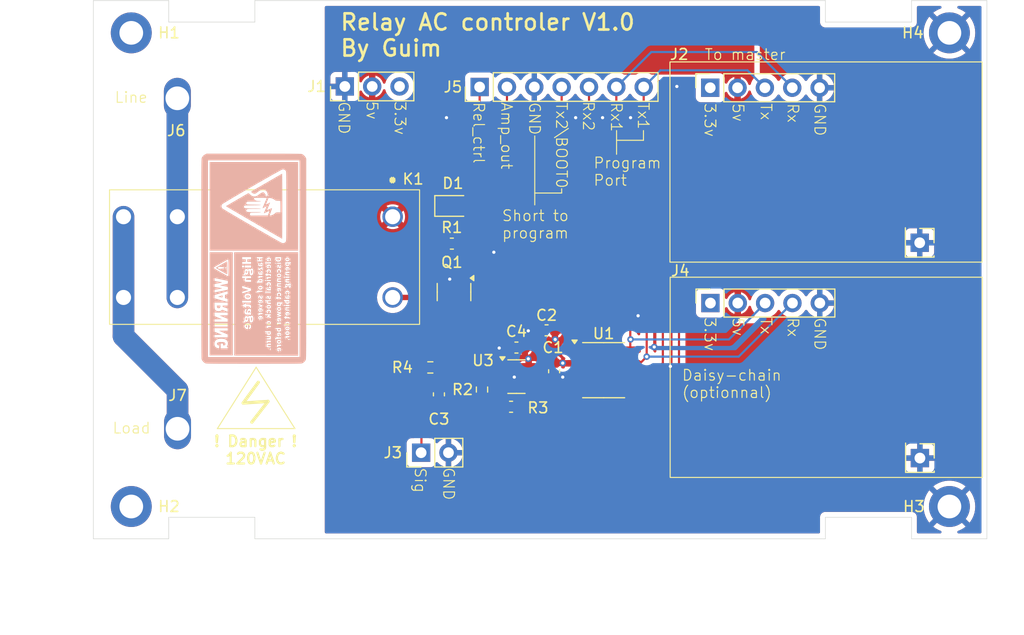
<source format=kicad_pcb>
(kicad_pcb (version 20240108) (generator "pcbnew") (generator_version "8.0")
  (layers (0 "F.Cu" signal) (1 "In1.Cu" signal) (2 "In2.Cu" signal) (31 "B.Cu" signal) (34 "B.Paste" user) (35 "F.Paste" user) (36 "B.SilkS" user "B.Silkscreen") (37 "F.SilkS" user "F.Silkscreen") (38 "B.Mask" user) (39 "F.Mask" user) (44 "Edge.Cuts" user))
  (net 0 "")
  (net 1 "Net-(U3--)")
  (net 2 "GND")
  (net 3 "Net-(U3-+)")
  (net 4 "Net-(J3-Pin_1)")
  (net 5 "+3.3V")
  (net 6 "/A1")
  (net 7 "/Rel_gate")
  (net 8 "Net-(D1-A)")
  (net 9 "/Rx2")
  (net 10 "/Tx2")
  (net 11 "/Tx1")
  (net 12 "/Rx1")
  (net 13 "+5V")
  (net 14 "/Load")
  (net 15 "/L")
  (footprint "Package_TO_SOT_SMD:SOT-23-3" (layer "F.Cu") (at 136.88 90.78 -90)
    (property "Reference" "Q1" (at -2.7625 0.2 180) (layer "F.SilkS"))
    (property "Value" "GSFC0201")
    (pad "1" smd roundrect (at -1.1375 -0.95 270) (size 1.325 0.6) (layers "F.Cu" "F.Paste" "F.Mask") (net 7 "/Rel_gate"))
    (pad "2" smd roundrect (at -1.1375 0.95 270) (size 1.325 0.6) (layers "F.Cu" "F.Paste" "F.Mask") (net 2 "GND"))
    (pad "3" smd roundrect (at 1.1375 0 270) (size 1.325 0.6) (layers "F.Cu" "F.Paste" "F.Mask") (net 8 "Net-(D1-A)"))
  )
  (footprint "Custom_footprints:Pad_14AWG_TopBottom_custom" (layer "F.Cu") (at 110.95 103.53 90)
    (property "Reference" "J7" (at 3.15 0.25 0) (layer "F.SilkS"))
    (property "Value" "L_out")
    (pad "1" thru_hole oval (at 0.05 0.25 90) (size 3.8 2.5) (drill 2.2) (layers "*.Cu" "*.Mask") (net 14 "/Load"))
  )
  (footprint "Package_SO:SOIC-8_3.9x4.9mm_P1.27mm" (layer "F.Cu") (at 150.78 98.035)
    (property "Reference" "U1" (at 0 -3.4 0) (layer "F.SilkS"))
    (property "Value" "STM32C011J4Mx")
    (pad "1" smd roundrect (at -2.475 -1.905) (size 1.95 0.6) (layers "F.Cu" "F.Paste" "F.Mask") (net 7 "/Rel_gate"))
    (pad "2" smd roundrect (at -2.475 -0.635) (size 1.95 0.6) (layers "F.Cu" "F.Paste" "F.Mask") (net 5 "+3.3V"))
    (pad "3" smd roundrect (at -2.475 0.635) (size 1.95 0.6) (layers "F.Cu" "F.Paste" "F.Mask") (net 2 "GND"))
    (pad "4" smd roundrect (at -2.475 1.905) (size 1.95 0.6) (layers "F.Cu" "F.Paste" "F.Mask") (net 6 "/A1"))
    (pad "5" smd roundrect (at 2.475 1.905) (size 1.95 0.6) (layers "F.Cu" "F.Paste" "F.Mask") (net 11 "/Tx1"))
    (pad "6" smd roundrect (at 2.475 0.635) (size 1.95 0.6) (layers "F.Cu" "F.Paste" "F.Mask") (net 12 "/Rx1"))
    (pad "7" smd roundrect (at 2.475 -0.635) (size 1.95 0.6) (layers "F.Cu" "F.Paste" "F.Mask") (net 9 "/Rx2"))
    (pad "8" smd roundrect (at 2.475 -1.905) (size 1.95 0.6) (layers "F.Cu" "F.Paste" "F.Mask") (net 10 "/Tx2"))
  )
  (footprint "Capacitor_SMD:C_0603_1608Metric" (layer "F.Cu") (at 142.68 95.935 180)
    (property "Reference" "C4" (at 0 1.5 180) (layer "F.SilkS"))
    (property "Value" "0.1u")
    (pad "1" smd roundrect (at -0.775 0 180) (size 0.9 0.95) (layers "F.Cu" "F.Paste" "F.Mask") (net 5 "+3.3V"))
    (pad "2" smd roundrect (at 0.775 0 180) (size 0.9 0.95) (layers "F.Cu" "F.Paste" "F.Mask") (net 2 "GND"))
  )
  (footprint "Connector_PinHeader_2.54mm:PinHeader_1x02_P2.54mm_Vertical" (layer "F.Cu") (at 133.825 105.7 90)
    (property "Reference" "J3" (at 0 -2.625 360) (layer "F.SilkS"))
    (property "Value" "Conn_Thermo")
    (pad "1" thru_hole rect (at 0 0 90) (size 1.7 1.7) (drill 1) (layers "*.Cu" "*.Mask") (net 4 "Net-(J3-Pin_1)"))
    (pad "2" thru_hole oval (at 0 2.54 90) (size 1.7 1.7) (drill 1) (layers "*.Cu" "*.Mask") (net 2 "GND"))
  )
  (footprint "Capacitor_SMD:C_0603_1608Metric" (layer "F.Cu") (at 136.68 86.28 180)
    (property "Reference" "R1" (at 0 1.5 180) (layer "F.SilkS"))
    (property "Value" "10k")
    (pad "1" smd roundrect (at -0.775 0 180) (size 0.9 0.95) (layers "F.Cu" "F.Paste" "F.Mask") (net 7 "/Rel_gate"))
    (pad "2" smd roundrect (at 0.775 0 180) (size 0.9 0.95) (layers "F.Cu" "F.Paste" "F.Mask") (net 2 "GND"))
  )
  (footprint "Diode_SMD:D_0805_2012Metric" (layer "F.Cu") (at 136.78 82.78)
    (property "Reference" "D1" (at 0 -2.1 0) (layer "F.SilkS"))
    (property "Value" "SD0805S040S0R5")
    (pad "1" smd roundrect (at -0.9375 0) (size 0.975 1.4) (layers "F.Cu" "F.Paste" "F.Mask") (net 13 "+5V"))
    (pad "2" smd roundrect (at 0.9375 0) (size 0.975 1.4) (layers "F.Cu" "F.Paste" "F.Mask") (net 8 "Net-(D1-A)"))
  )
  (footprint "MountingHole:MountingHole_2.2mm_M2_DIN965_Pad_TopBottom" (layer "F.Cu") (at 106.9 110.7)
    (property "Reference" "H2" (at 3.5 0 0) (layer "F.SilkS"))
    (property "Value" "MountingHole_Pad")
    (pad "1" thru_hole circle (at 0 0) (size 2.6 2.6) (drill 2.2) (layers "*.Cu" "*.Mask"))
    (pad "1" connect circle (at 0 0) (size 3.8 3.8) (layers "F.Cu" "F.Mask"))
    (pad "1" connect circle (at 0 0) (size 3.8 3.8) (layers "B.Cu" "B.Mask"))
  )
  (footprint "Resistor_SMD:R_0603_1608Metric" (layer "F.Cu") (at 139.48 99.835 90)
    (property "Reference" "R2" (at 0 -1.8 0) (layer "F.SilkS"))
    (property "Value" "100")
    (pad "1" smd roundrect (at -0.825 0 90) (size 0.8 0.95) (layers "F.Cu" "F.Paste" "F.Mask") (net 1 "Net-(U3--)"))
    (pad "2" smd roundrect (at 0.825 0 90) (size 0.8 0.95) (layers "F.Cu" "F.Paste" "F.Mask") (net 2 "GND"))
  )
  (footprint "Resistor_SMD:R_0603_1608Metric" (layer "F.Cu") (at 134.68 97.78)
    (property "Reference" "R4" (at -2.6 0 0) (layer "F.SilkS"))
    (property "Value" "120k")
    (pad "1" smd roundrect (at -0.825 0) (size 0.8 0.95) (layers "F.Cu" "F.Paste" "F.Mask") (net 4 "Net-(J3-Pin_1)"))
    (pad "2" smd roundrect (at 0.825 0) (size 0.8 0.95) (layers "F.Cu" "F.Paste" "F.Mask") (net 3 "Net-(U3-+)"))
  )
  (footprint "Custom_footprints:ALZ51B05W" (layer "F.Cu") (at 133.58 81.28 -90)
    (property "Reference" "K1" (at -1 0.5 0) (layer "F.SilkS"))
    (property "Value" "ALZ51B05W")
    (fp_text user "*" (at -0.9 2.733333 -90) (layer "F.SilkS"))
    (fp_text user "*" (at -0.9 2.1 90) (layer "F.SilkS"))
    (pad "12" thru_hole circle (at 10 22.4 270) (size 1.9 1.9) (drill 1.4) (layers "*.Cu" "*.Mask") (net 15 "/L"))
    (pad "13" thru_hole circle (at 2.5 22.4 270) (size 1.9 1.9) (drill 1.4) (layers "*.Cu" "*.Mask") (net 15 "/L"))
    (pad "14" thru_hole circle (at 2.5 27.4 270) (size 1.9 1.9) (drill 1.4) (layers "*.Cu" "*.Mask") (net 14 "/Load"))
    (pad "15" thru_hole circle (at 10 27.4 270) (size 1.9 1.9) (drill 1.4) (layers "*.Cu" "*.Mask") (net 14 "/Load"))
    (pad "A1" thru_hole circle (at 10 2.4 270) (size 1.9 1.9) (drill 1.4) (layers "*.Cu" "*.Mask") (net 8 "Net-(D1-A)"))
    (pad "A2" thru_hole circle (at 2.5 2.4 270) (size 1.9 1.9) (drill 1.4) (layers "*.Cu" "*.Mask") (net 13 "+5V"))
  )
  (footprint "Custom_footprints:PHY_comm_diffV1" (layer "F.Cu") (at 170.96 98.9)
    (property "Reference" "J4" (at -13.06 -10.1 0) (layer "F.SilkS"))
    (property "Value" "Comm_Conn2")
    (pad "1" thru_hole rect (at -10.26 -7.1 90) (size 1.7 1.7) (drill 1) (layers "*.Cu" "*.Mask") (net 5 "+3.3V"))
    (pad "2" thru_hole oval (at -7.72 -7.1 90) (size 1.7 1.7) (drill 1) (layers "*.Cu" "*.Mask") (net 13 "+5V"))
    (pad "3" thru_hole oval (at -5.18 -7.1 90) (size 1.7 1.7) (drill 1) (layers "*.Cu" "*.Mask") (net 10 "/Tx2"))
    (pad "4" thru_hole oval (at -2.64 -7.1 90) (size 1.7 1.7) (drill 1) (layers "*.Cu" "*.Mask") (net 9 "/Rx2"))
    (pad "5" thru_hole oval (at -0.1 -7.1 90) (size 1.7 1.7) (drill 1) (layers "*.Cu" "*.Mask") (net 2 "GND"))
    (pad "6" thru_hole rect (at 9.2 7.3) (size 1.7 1.7) (drill 1) (layers "*.Cu" "*.Mask") (net 2 "GND"))
  )
  (footprint "Capacitor_SMD:C_0603_1608Metric" (layer "F.Cu") (at 145.48 94.335 180)
    (property "Reference" "C2" (at 0 1.4 180) (layer "F.SilkS"))
    (property "Value" "10u")
    (pad "1" smd roundrect (at -0.775 0 180) (size 0.9 0.95) (layers "F.Cu" "F.Paste" "F.Mask") (net 5 "+3.3V"))
    (pad "2" smd roundrect (at 0.775 0 180) (size 0.9 0.95) (layers "F.Cu" "F.Paste" "F.Mask") (net 2 "GND"))
  )
  (footprint "Capacitor_SMD:C_0603_1608Metric" (layer "F.Cu") (at 142.18 101.435)
    (property "Reference" "R3" (at 2.5 0.1 0) (layer "F.SilkS"))
    (property "Value" "10k")
    (pad "1" smd roundrect (at -0.775 0) (size 0.9 0.95) (layers "F.Cu" "F.Paste" "F.Mask") (net 1 "Net-(U3--)"))
    (pad "2" smd roundrect (at 0.775 0) (size 0.9 0.95) (layers "F.Cu" "F.Paste" "F.Mask") (net 6 "/A1"))
  )
  (footprint "Connector_PinHeader_2.54mm:PinHeader_1x03_P2.54mm_Vertical" (layer "F.Cu") (at 126.74 71.68 90)
    (property "Reference" "J1" (at 0 -2.62 0) (layer "F.SilkS"))
    (property "Value" "Power_Conn")
    (pad "1" thru_hole rect (at 0 0 90) (size 1.7 1.7) (drill 1) (layers "*.Cu" "*.Mask") (net 2 "GND"))
    (pad "2" thru_hole oval (at 0 2.54 90) (size 1.7 1.7) (drill 1) (layers "*.Cu" "*.Mask") (net 13 "+5V"))
    (pad "3" thru_hole oval (at 0 5.08 90) (size 1.7 1.7) (drill 1) (layers "*.Cu" "*.Mask") (net 5 "+3.3V"))
  )
  (footprint "Custom_footprints:PHY_comm_diffV1" (layer "F.Cu") (at 170.94 78.9)
    (property "Reference" "J2" (at -13.14 -10.2 0) (layer "F.SilkS"))
    (property "Value" "Comm_Conn1")
    (pad "1" thru_hole rect (at -10.26 -7.1 90) (size 1.7 1.7) (drill 1) (layers "*.Cu" "*.Mask") (net 5 "+3.3V"))
    (pad "2" thru_hole oval (at -7.72 -7.1 90) (size 1.7 1.7) (drill 1) (layers "*.Cu" "*.Mask") (net 13 "+5V"))
    (pad "3" thru_hole oval (at -5.18 -7.1 90) (size 1.7 1.7) (drill 1) (layers "*.Cu" "*.Mask") (net 11 "/Tx1"))
    (pad "4" thru_hole oval (at -2.64 -7.1 90) (size 1.7 1.7) (drill 1) (layers "*.Cu" "*.Mask") (net 12 "/Rx1"))
    (pad "5" thru_hole oval (at -0.1 -7.1 90) (size 1.7 1.7) (drill 1) (layers "*.Cu" "*.Mask") (net 2 "GND"))
    (pad "6" thru_hole rect (at 9.2 7.3) (size 1.7 1.7) (drill 1) (layers "*.Cu" "*.Mask") (net 2 "GND"))
  )
  (footprint "Connector_PinHeader_2.54mm:PinHeader_1x07_P2.54mm_Vertical" (layer "F.Cu") (at 139.26 71.73 90)
    (property "Reference" "J5" (at 0 -2.48 0) (layer "F.SilkS"))
    (property "Value" "Debug port")
    (pad "1" thru_hole rect (at 0 0 90) (size 1.7 1.7) (drill 1) (layers "*.Cu" "*.Mask") (net 7 "/Rel_gate"))
    (pad "2" thru_hole oval (at 0 2.54 90) (size 1.7 1.7) (drill 1) (layers "*.Cu" "*.Mask") (net 6 "/A1"))
    (pad "3" thru_hole oval (at 0 5.08 90) (size 1.7 1.7) (drill 1) (layers "*.Cu" "*.Mask") (net 2 "GND"))
    (pad "4" thru_hole oval (at 0 7.62 90) (size 1.7 1.7) (drill 1) (layers "*.Cu" "*.Mask") (net 10 "/Tx2"))
    (pad "5" thru_hole oval (at 0 10.16 90) (size 1.7 1.7) (drill 1) (layers "*.Cu" "*.Mask") (net 9 "/Rx2"))
    (pad "6" thru_hole oval (at 0 12.7 90) (size 1.7 1.7) (drill 1) (layers "*.Cu" "*.Mask") (net 12 "/Rx1"))
    (pad "7" thru_hole oval (at 0 15.24 90) (size 1.7 1.7) (drill 1) (layers "*.Cu" "*.Mask") (net 11 "/Tx1"))
  )
  (footprint "Capacitor_SMD:C_0603_1608Metric" (layer "F.Cu") (at 135.48 100.28 -90)
    (property "Reference" "C3" (at 2.3 0 180) (layer "F.SilkS"))
    (property "Value" "0.2u")
    (pad "1" smd roundrect (at -0.775 0 270) (size 0.9 0.95) (layers "F.Cu" "F.Paste" "F.Mask") (net 3 "Net-(U3-+)"))
    (pad "2" smd roundrect (at 0.775 0 270) (size 0.9 0.95) (layers "F.Cu" "F.Paste" "F.Mask") (net 2 "GND"))
  )
  (footprint "MountingHole:MountingHole_2.2mm_M2_DIN965_Pad_TopBottom" (layer "F.Cu") (at 182.9 110.7)
    (property "Reference" "H3" (at -3.3 0 0) (layer "F.SilkS"))
    (property "Value" "MountingHole_Pad")
    (pad "1" thru_hole circle (at 0 0) (size 2.6 2.6) (drill 2.2) (layers "*.Cu" "*.Mask") (net 2 "GND"))
    (pad "1" connect circle (at 0 0) (size 3.8 3.8) (layers "F.Cu" "F.Mask") (net 2 "GND"))
    (pad "1" connect circle (at 0 0) (size 3.8 3.8) (layers "B.Cu" "B.Mask") (net 2 "GND"))
  )
  (footprint "Package_TO_SOT_SMD:SOT-23-5" (layer "F.Cu") (at 142.68 98.635)
    (property "Reference" "U3" (at -3.1 -1.5 0) (layer "F.SilkS"))
    (property "Value" "LM321")
    (pad "1" smd roundrect (at -1.1375 -0.95) (size 1.325 0.6) (layers "F.Cu" "F.Paste" "F.Mask") (net 3 "Net-(U3-+)"))
    (pad "2" smd roundrect (at -1.1375 0) (size 1.325 0.6) (layers "F.Cu" "F.Paste" "F.Mask") (net 2 "GND"))
    (pad "3" smd roundrect (at -1.1375 0.95) (size 1.325 0.6) (layers "F.Cu" "F.Paste" "F.Mask") (net 1 "Net-(U3--)"))
    (pad "4" smd roundrect (at 1.1375 0.95) (size 1.325 0.6) (layers "F.Cu" "F.Paste" "F.Mask") (net 6 "/A1"))
    (pad "5" smd roundrect (at 1.1375 -0.95) (size 1.325 0.6) (layers "F.Cu" "F.Paste" "F.Mask") (net 5 "+3.3V"))
  )
  (footprint "Capacitor_SMD:C_0603_1608Metric" (layer "F.Cu") (at 146.18 98.135 -90)
    (property "Reference" "C1" (at -2.2 0.1 180) (layer "F.SilkS"))
    (property "Value" "0.1u")
    (pad "1" smd roundrect (at -0.775 0 270) (size 0.9 0.95) (layers "F.Cu" "F.Paste" "F.Mask") (net 5 "+3.3V"))
    (pad "2" smd roundrect (at 0.775 0 270) (size 0.9 0.95) (layers "F.Cu" "F.Paste" "F.Mask") (net 2 "GND"))
  )
  (footprint "MountingHole:MountingHole_2.2mm_M2_DIN965_Pad_TopBottom" (layer "F.Cu") (at 182.9 66.7)
    (property "Reference" "H4" (at -3.4 0 0) (layer "F.SilkS"))
    (property "Value" "MountingHole_Pad")
    (pad "1" thru_hole circle (at 0 0) (size 2.6 2.6) (drill 2.2) (layers "*.Cu" "*.Mask") (net 2 "GND"))
    (pad "1" connect circle (at 0 0) (size 3.8 3.8) (layers "F.Cu" "F.Mask") (net 2 "GND"))
    (pad "1" connect circle (at 0 0) (size 3.8 3.8) (layers "B.Cu" "B.Mask") (net 2 "GND"))
  )
  (footprint "MountingHole:MountingHole_2.2mm_M2_DIN965_Pad_TopBottom" (layer "F.Cu") (at 106.9 66.7)
    (property "Reference" "H1" (at 3.5 0 0) (layer "F.SilkS"))
    (property "Value" "MountingHole_Pad")
    (pad "1" thru_hole circle (at 0 0) (size 2.6 2.6) (drill 2.2) (layers "*.Cu" "*.Mask"))
    (pad "1" connect circle (at 0 0) (size 3.8 3.8) (layers "F.Cu" "F.Mask"))
    (pad "1" connect circle (at 0 0) (size 3.8 3.8) (layers "B.Cu" "B.Mask"))
  )
  (footprint "Custom_footprints:Pad_14AWG_TopBottom_custom" (layer "F.Cu") (at 110.93 72.83 90)
    (property "Reference" "J6" (at -2.95 0.15 0) (layer "F.SilkS"))
    (property "Value" "L_in")
    (pad "1" thru_hole oval (at 0.05 0.25 90) (size 3.8 2.5) (drill 2.2) (layers "*.Cu" "*.Mask") (net 15 "/L"))
  )
  (footprint "LOGO" (layer "B.Cu") (at 118.454752 87.855723 -90)
    (property "Reference" "G***" (hide yes))
    (property "Value" "LOGO" (hide yes))
  )
  (gr_line (start 118.5 97.7625) (end 122.1 103.4625) (stroke (width 0.1)) (layer "F.SilkS"))
  (gr_line (start 118.7 99.1625) (end 117.3 101.0875) (stroke (width 0.3)) (layer "F.SilkS"))
  (gr_line (start 154.48 76.68) (end 154.48 75.78) (stroke (width 0.1)) (layer "F.SilkS"))
  (gr_line (start 151.98 76.68) (end 154.48 76.68) (stroke (width 0.1)) (layer "F.SilkS"))
  (gr_line (start 144.38 81.58) (end 146.88 81.58) (stroke (width 0.1)) (layer "F.SilkS"))
  (gr_line (start 122.1 103.4625) (end 114.9 103.4625) (stroke (width 0.1)) (layer "F.SilkS"))
  (gr_line (start 151.98 75.78) (end 151.98 77.98) (stroke (width 0.1)) (layer "F.SilkS"))
  (gr_line (start 146.88 81.58) (end 146.88 81.18) (stroke (width 0.1)) (layer "F.SilkS"))
  (gr_line (start 119.6 100.9375) (end 117.3 101.0875) (stroke (width 0.3)) (layer "F.SilkS"))
  (gr_line (start 114.9 103.4625) (end 118.5 97.7625) (stroke (width 0.1)) (layer "F.SilkS"))
  (gr_line (start 119.6 100.9375) (end 118.1 102.8625) (stroke (width 0.3)) (layer "F.SilkS"))
  (gr_line (start 144.38 76.28) (end 144.38 82.68) (stroke (width 0.1)) (layer "F.SilkS"))
  (gr_line (start 118.38 111.7) (end 118.38 113.7) (stroke (width 0.05)) (layer "Edge.Cuts"))
  (gr_line (start 179.38 63.7) (end 179.38 65.7) (stroke (width 0.05)) (layer "Edge.Cuts"))
  (gr_line (start 171.38 65.7) (end 171.38 63.7) (stroke (width 0.05)) (layer "Edge.Cuts"))
  (gr_line (start 118.38 65.7) (end 118.38 63.7) (stroke (width 0.05)) (layer "Edge.Cuts"))
  (gr_line (start 110.38 63.7) (end 103.38 63.7) (stroke (width 0.05)) (layer "Edge.Cuts"))
  (gr_line (start 110.38 65.7) (end 110.38 63.7) (stroke (width 0.05)) (layer "Edge.Cuts"))
  (gr_line (start 171.38 111.7) (end 171.38 113.7) (stroke (width 0.05)) (layer "Edge.Cuts"))
  (gr_line (start 186.38 63.7) (end 179.38 63.7) (stroke (width 0.05)) (layer "Edge.Cuts"))
  (gr_line (start 110.38 113.7) (end 103.38 113.7) (stroke (width 0.05)) (layer "Edge.Cuts"))
  (gr_line (start 179.38 113.7) (end 179.38 111.7) (stroke (width 0.05)) (layer "Edge.Cuts"))
  (gr_line (start 171.38 111.7) (end 179.38 111.7) (stroke (width 0.05)) (layer "Edge.Cuts"))
  (gr_line (start 118.38 65.7) (end 110.38 65.7) (stroke (width 0.05)) (layer "Edge.Cuts"))
  (gr_line (start 118.38 113.7) (end 171.38 113.7) (stroke (width 0.05)) (layer "Edge.Cuts"))
  (gr_line (start 179.38 65.7) (end 171.38 65.7) (stroke (width 0.05)) (layer "Edge.Cuts"))
  (gr_line (start 118.38 111.7) (end 110.38 111.7) (stroke (width 0.05)) (layer "Edge.Cuts"))
  (gr_line (start 103.38 63.7) (end 103.38 113.7) (stroke (width 0.05)) (layer "Edge.Cuts"))
  (gr_line (start 186.38 113.7) (end 186.38 63.7) (stroke (width 0.05)) (layer "Edge.Cuts"))
  (gr_line (start 179.38 113.7) (end 186.38 113.7) (stroke (width 0.05)) (layer "Edge.Cuts"))
  (gr_line (start 110.38 113.7) (end 110.38 111.7) (stroke (width 0.05)) (layer "Edge.Cuts"))
  (gr_line (start 171.38 63.7) (end 118.38 63.7) (stroke (width 0.05)) (layer "Edge.Cuts"))
  (gr_text "Tx" (at 165.28 93.08 -90) (layer "F.SilkS") (effects (font (size 1 1) (thickness 0.1)) (justify left bottom)))
  (gr_text "Rx" (at 167.78 73.18 -90) (layer "F.SilkS") (effects (font (size 1 1) (thickness 0.1)) (justify left bottom)))
  (gr_text "Tx2\\BOOT0" (at 146.28 73.08 270) (layer "F.SilkS") (effects (font (size 1 1) (thickness 0.1)) (justify left bottom)))
  (gr_text "To master" (at 160.1 69.3 0) (layer "F.SilkS") (effects (font (size 1 1) (thickness 0.1)) (justify left bottom)))
  (gr_text "5v" (at 162.68 73.18 -90) (layer "F.SilkS") (effects (font (size 1 1) (thickness 0.1)) (justify left bottom)))
  (gr_text "Relay AC controler V1.0\nBy Guim" (at 126.2 69 0) (layer "F.SilkS") (effects (font (size 1.5 1.5) (thickness 0.25) (bold yes)) (justify left bottom)))
  (gr_text "Amp_out" (at 141.18 73.08 -90) (layer "F.SilkS") (effects (font (size 1 1) (thickness 0.1)) (justify left bottom)))
  (gr_text "! Danger !\n120VAC" (at 118.45 106.8375 0) (layer "F.SilkS") (effects (font (size 1 1) (thickness 0.2) (bold yes)) (justify bottom)))
  (gr_text "GND" (at 170.28 73.18 -90) (layer "F.SilkS") (effects (font (size 1 1) (thickness 0.1)) (justify left bottom)))
  (gr_text "Tx1" (at 153.88 73.08 -90) (layer "F.SilkS") (effects (font (size 1 1) (thickness 0.1)) (justify left bottom)))
  (gr_text "Line" (at 105.3 73.28 0) (layer "F.SilkS") (effects (font (size 1 1) (thickness 0.1)) (justify left bottom)))
  (gr_text "Rel_ctrl" (at 138.595 73.06 -90) (layer "F.SilkS") (effects (font (size 1 1) (thickness 0.1)) (justify left bottom)))
  (gr_text "Rx2" (at 148.78 72.98 -90) (layer "F.SilkS") (effects (font (size 1 1) (thickness 0.1)) (justify left bottom)))
  (gr_text "Rx1" (at 151.38 73.08 -90) (layer "F.SilkS") (effects (font (size 1 1) (thickness 0.1)) (justify left bottom)))
  (gr_text "3.3v" (at 160.075 73.16 -90) (layer "F.SilkS") (effects (font (size 1 1) (thickness 0.1)) (justify left bottom)))
  (gr_text "Rx" (at 167.78 93.08 -90) (layer "F.SilkS") (effects (font (size 1 1) (thickness 0.1)) (justify left bottom)))
  (gr_text "GND" (at 170.28 93.08 -90) (layer "F.SilkS") (effects (font (size 1 1) (thickness 0.1)) (justify left bottom)))
  (gr_text "GND" (at 143.78 73.08 -90) (layer "F.SilkS") (effects (font (size 1 1) (thickness 0.1)) (justify left bottom)))
  (gr_text "3.3v" (at 160.075 93.06 -90) (layer "F.SilkS") (effects (font (size 1 1) (thickness 0.1)) (justify left bottom)))
  (gr_text "GND" (at 126.075 73.01 -90) (layer "F.SilkS") (effects (font (size 1 1) (thickness 0.1)) (justify left bottom)))
  (gr_text "Tx" (at 165.28 73.18 -90) (layer "F.SilkS") (effects (font (size 1 1) (thickness 0.1)) (justify left bottom)))
  (gr_text "Short to\nprogram" (at 141.28 85.88 0) (layer "F.SilkS") (effects (font (size 1 1) (thickness 0.1)) (justify left bottom)))
  (gr_text "5v" (at 162.68 93.08 -90) (layer "F.SilkS") (effects (font (size 1 1) (thickness 0.1)) (justify left bottom)))
  (gr_text "GND" (at 135.8 107 -90) (layer "F.SilkS") (effects (font (size 1 1) (thickness 0.1)) (justify left bottom)))
  (gr_text "3.3v" (at 131.28 72.98 -90) (layer "F.SilkS") (effects (font (size 1 1) (thickness 0.1)) (justify left bottom)))
  (gr_text "Daisy-chain\n(optionnal)" (at 158 100.7 0) (layer "F.SilkS") (effects (font (size 1 1) (thickness 0.1)) (justify left bottom)))
  (gr_text "Sig" (at 133.16 107.03 270) (layer "F.SilkS") (effects (font (size 1 1) (thickness 0.1)) (justify left bottom)))
  (gr_text "Load" (at 105.1 104 0) (layer "F.SilkS") (effects (font (size 1 1) (thickness 0.1)) (justify left bottom)))
  (gr_text "Program\nPort" (at 149.78 80.98 0) (layer "F.SilkS") (effects (font (size 1 1) (thickness 0.1)) (justify left bottom)))
  (gr_text "5v" (at 128.68 72.98 -90) (layer "F.SilkS") (effects (font (size 1 1) (thickness 0.1)) (justify left bottom)))
  (segment (start 141.5425 101.2975) (end 141.405 101.435) (width 0.2) (layer "F.Cu") (net 1))
  (segment (start 140.4675 100.66) (end 141.5425 99.585) (width 0.2) (layer "F.Cu") (net 1))
  (segment (start 141.5425 99.585) (end 141.5425 101.2975) (width 0.2) (layer "F.Cu") (net 1))
  (segment (start 139.48 100.66) (end 140.4675 100.66) (width 0.2) (layer "F.Cu") (net 1))
  (segment (start 146.98 98.68) (end 146.97 98.67) (width 0.5) (layer "F.Cu") (net 2))
  (segment (start 142.435 98.635) (end 142.48 98.68) (width 0.5) (layer "F.Cu") (net 2))
  (segment (start 146.99 98.67) (end 146.98 98.68) (width 0.5) (layer "F.Cu") (net 2))
  (segment (start 141.5425 98.635) (end 142.435 98.635) (width 0.5) (layer "F.Cu") (net 2))
  (segment (start 146.42 98.67) (end 146.18 98.91) (width 0.5) (layer "F.Cu") (net 2))
  (segment (start 148.305 98.67) (end 146.99 98.67) (width 0.5) (layer "F.Cu") (net 2))
  (segment (start 142.48 98.68) (end 142.525 98.635) (width 0.5) (layer "F.Cu") (net 2))
  (segment (start 146.97 98.67) (end 146.42 98.67) (width 0.5) (layer "F.Cu") (net 2))
  (via (at 156.98 97.68) (size 0.6) (drill 0.3) (layers "F.Cu" "B.Cu") (net 2))
  (via (at 153.98 92.98) (size 0.6) (drill 0.3) (layers "F.Cu" "B.Cu") (net 2))
  (via (at 141.08 95.98) (size 0.6) (drill 0.3) (layers "F.Cu" "B.Cu") (net 2))
  (via (at 155.48 95.88) (size 0.6) (drill 0.3) (layers "F.Cu" "B.Cu") (net 2))
  (via (at 148.18 74.58) (size 0.6) (drill 0.3) (layers "F.Cu" "B.Cu") (net 2))
  (via (at 157.58 71.68) (size 0.6) (drill 0.3) (layers "F.Cu" "B.Cu") (net 2))
  (via (at 153.28 74.58) (size 0.6) (drill 0.3) (layers "F.Cu" "B.Cu") (net 2))
  (via (at 150.68 74.58) (size 0.6) (drill 0.3) (layers "F.Cu" "B.Cu") (net 2))
  (via (at 140.58 87.08) (size 0.6) (drill 0.3) (layers "F.Cu" "B.Cu") (net 2))
  (via (at 136.48 89.58) (size 0.6) (drill 0.3) (layers "F.Cu" "B.Cu") (net 2))
  (via (at 136.18 74.58) (size 0.6) (drill 0.3) (layers "F.Cu" "B.Cu") (net 2))
  (via (at 143.78 94.38) (size 0.6) (drill 0.3) (layers "F.Cu" "B.Cu") (net 2))
  (via (at 146.98 98.68) (size 0.6) (drill 0.3) (layers "F.Cu" "B.Cu") (net 2))
  (via (at 142.48 98.68) (size 0.6) (drill 0.3) (layers "F.Cu" "B.Cu") (net 2))
  (segment (start 135.48 97.805) (end 135.505 97.78) (width 0.2) (layer "F.Cu") (net 3))
  (segment (start 135.48 99.505) (end 135.48 97.805) (width 0.2) (layer "F.Cu") (net 3))
  (segment (start 141.4475 97.78) (end 141.5425 97.685) (width 0.2) (layer "F.Cu") (net 3))
  (segment (start 135.505 97.78) (end 141.4475 97.78) (width 0.2) (layer "F.Cu") (net 3))
  (segment (start 133.825 105.7) (end 133.855 105.67) (width 0.2) (layer "F.Cu") (net 4))
  (segment (start 133.855 105.67) (end 133.855 97.78) (width 0.2) (layer "F.Cu") (net 4))
  (via (at 146.98 97.38) (size 0.6) (drill 0.3) (layers "F.Cu" "B.Cu") (net 5))
  (via (at 143.78 96.98) (size 0.6) (drill 0.3) (layers "F.Cu" "B.Cu") (net 5))
  (via (at 146.28 95.18) (size 0.6) (drill 0.3) (layers "F.Cu" "B.Cu") (net 5))
  (segment (start 150.98 98.98) (end 150.98 93.18) (width 0.2) (layer "F.Cu") (net 6))
  (segment (start 144.1725 99.94) (end 143.8175 99.585) (width 0.2) (layer "F.Cu") (net 6))
  (segment (start 148.305 99.94) (end 150.02 99.94) (width 0.2) (layer "F.Cu") (net 6))
  (segment (start 150.98 93.18) (end 141.8 84) (width 0.2) (layer "F.Cu") (net 6))
  (segment (start 142.955 101.435) (end 142.955 100.4475) (width 0.2) (layer "F.Cu") (net 6))
  (segment (start 150.02 99.94) (end 150.98 98.98) (width 0.2) (layer "F.Cu") (net 6))
  (segment (start 141.8 84) (end 141.8 71.73) (width 0.2) (layer "F.Cu") (net 6))
  (segment (start 148.305 99.94) (end 144.1725 99.94) (width 0.2) (layer "F.Cu") (net 6))
  (segment (start 142.955 100.4475) (end 143.8175 99.585) (width 0.2) (layer "F.Cu") (net 6))
  (segment (start 145.78 90.78) (end 138.9675 90.78) (width 0.2) (layer "F.Cu") (net 7))
  (segment (start 139.26 71.73) (end 139.26 83.5) (width 0.2) (layer "F.Cu") (net 7))
  (segment (start 137.83 89.6425) (end 137.83 86.655) (width 0.2) (layer "F.Cu") (net 7))
  (segment (start 148.305 93.305) (end 145.78 90.78) (width 0.2) (layer "F.Cu") (net 7))
  (segment (start 139.26 83.5) (end 137.83 84.93) (width 0.2) (layer "F.Cu") (net 7))
  (segment (start 137.83 86.655) (end 137.455 86.28) (width 0.2) (layer "F.Cu") (net 7))
  (segment (start 148.305 96.13) (end 148.305 93.305) (width 0.2) (layer "F.Cu") (net 7))
  (segment (start 137.83 84.93) (end 137.83 86.655) (width 0.2) (layer "F.Cu") (net 7))
  (segment (start 138.9675 90.78) (end 137.83 89.6425) (width 0.2) (layer "F.Cu") (net 7))
  (segment (start 135.005 85.695) (end 135.005 90.855) (width 0.5) (layer "F.Cu") (net 8))
  (segment (start 136.2425 91.28) (end 136.88 91.9175) (width 0.5) (layer "F.Cu") (net 8))
  (segment (start 131.18 91.28) (end 134.58 91.28) (width 0.5) (layer "F.Cu") (net 8))
  (segment (start 137.7175 82.78) (end 137.7175 82.9825) (width 0.5) (layer "F.Cu") (net 8))
  (segment (start 137.7175 82.9825) (end 135.005 85.695) (width 0.5) (layer "F.Cu") (net 8))
  (segment (start 134.58 91.28) (end 136.2425 91.28) (width 0.5) (layer "F.Cu") (net 8))
  (segment (start 135.005 90.855) (end 134.58 91.28) (width 0.5) (layer "F.Cu") (net 8))
  (segment (start 154.78 96.78) (end 154.16 97.4) (width 0.2) (layer "F.Cu") (net 9))
  (segment (start 154.16 97.4) (end 153.255 97.4) (width 0.2) (layer "F.Cu") (net 9))
  (segment (start 154.78 90.78) (end 154.78 96.78) (width 0.2) (layer "F.Cu") (net 9))
  (segment (start 149.42 85.42) (end 154.78 90.78) (width 0.2) (layer "F.Cu") (net 9))
  (segment (start 149.42 71.73) (end 149.42 85.42) (width 0.2) (layer "F.Cu") (net 9))
  (via (at 154.78 96.78) (size 0.6) (drill 0.3) (layers "F.Cu" "B.Cu") (net 9))
  (segment (start 168.3 91.8) (end 163.32 96.78) (width 0.2) (layer "B.Cu") (net 9))
  (segment (start 168.32 91.8) (end 168.3 91.8) (width 0.2) (layer "B.Cu") (net 9))
  (segment (start 163.32 96.78) (end 154.78 96.78) (width 0.2) (layer "B.Cu") (net 9))
  (segment (start 153.255 91.755) (end 146.88 85.38) (width 0.2) (layer "F.Cu") (net 10))
  (segment (start 153.255 96.13) (end 153.255 91.755) (width 0.2) (layer "F.Cu") (net 10))
  (segment (start 146.88 85.38) (end 146.88 71.73) (width 0.2) (layer "F.Cu") (net 10))
  (via (at 153.28 95.18) (size 0.6) (drill 0.3) (layers "F.Cu" "B.Cu") (net 10))
  (segment (start 162.42 95.18) (end 153.28 95.18) (width 0.2) (layer "B.Cu") (net 10))
  (segment (start 165.78 91.82) (end 162.42 95.18) (width 0.2) (layer "B.Cu") (net 10))
  (segment (start 165.78 91.8) (end 165.78 91.82) (width 0.2) (layer "B.Cu") (net 10))
  (segment (start 154.93 72.16) (end 154.5 71.73) (width 0.2) (layer "F.Cu") (net 11))
  (segment (start 157.78 97.98) (end 155.82 99.94) (width 0.2) (layer "F.Cu") (net 11))
  (segment (start 154.5 85.5) (end 157.78 88.78) (width 0.2) (layer "F.Cu") (net 11))
  (segment (start 155.82 99.94) (end 153.255 99.94) (width 0.2) (layer "F.Cu") (net 11))
  (segment (start 154.5 71.73) (end 154.5 85.5) (width 0.2) (layer "F.Cu") (net 11))
  (segment (start 157.78 88.78) (end 157.78 97.98) (width 0.2) (layer "F.Cu") (net 11))
  (segment (start 164.14 70.18) (end 156.05 70.18) (width 0.2) (layer "B.Cu") (net 11))
  (segment (start 156.05 70.18) (end 154.5 71.73) (width 0.2) (layer "B.Cu") (net 11))
  (segment (start 165.76 71.8) (end 164.14 70.18) (width 0.2) (layer "B.Cu") (net 11))
  (segment (start 156.28 97.38) (end 154.99 98.67) (width 0.2) (layer "F.Cu") (net 12))
  (segment (start 156.28 89.78) (end 156.28 97.38) (width 0.2) (layer "F.Cu") (net 12))
  (segment (start 151.96 85.46) (end 156.28 89.78) (width 0.2) (layer "F.Cu") (net 12))
  (segment (start 153.89 98.67) (end 153.255 98.67) (width 0.2) (layer "F.Cu") (net 12))
  (segment (start 151.96 71.73) (end 151.96 85.46) (width 0.2) (layer "F.Cu") (net 12))
  (segment (start 154.99 98.67) (end 153.255 98.67) (width 0.2) (layer "F.Cu") (net 12))
  (segment (start 165.01 68.48) (end 155.21 68.48) (width 0.2) (layer "B.Cu") (net 12))
  (segment (start 168.3 71.77) (end 165.01 68.48) (width 0.2) (layer "B.Cu") (net 12))
  (segment (start 168.3 71.8) (end 168.3 71.77) (width 0.2) (layer "B.Cu") (net 12))
  (segment (start 155.21 68.48) (end 151.96 71.73) (width 0.2) (layer "B.Cu") (net 12))
  (segment (start 106.18 83.78) (end 106.18 94.88) (width 2) (layer "F.Cu") (net 14))
  (segment (start 111.2 99.9) (end 111.2 103.48) (width 2) (layer "F.Cu") (net 14))
  (segment (start 106.18 94.88) (end 111.2 99.9) (width 2) (layer "F.Cu") (net 14))
  (segment (start 106.18 83.78) (end 106.18 94.88) (width 2) (layer "B.Cu") (net 14))
  (segment (start 111.2 99.9) (end 111.2 103.48) (width 2) (layer "B.Cu") (net 14))
  (segment (start 106.18 94.88) (end 111.2 99.9) (width 2) (layer "B.Cu") (net 14))
  (segment (start 111.18 91.28) (end 111.18 72.78) (width 2) (layer "F.Cu") (net 15))
  (segment (start 111.18 91.28) (end 111.18 72.78) (width 2) (layer "B.Cu") (net 15))
  (zone (net 5) (net_name "+3.3V") (layer "F.Cu") (priority 1) (connect_pads (clearance 0.5)) (min_thickness 0.25) (fill yes (thermal_gap 0.2) (thermal_bridge_width 0.6))
    (polygon (pts (xy 142.48 98.98) (xy 142.48 95.08) (xy 145.08 95.08) (xy 146.38 93.68) (xy 147.28 93.68) (xy 147.28 96.58) (xy 149.48 96.58) (xy 149.48 98.98)))
  )
  (zone (net 13) (net_name "+5V") (layer "F.Cu") (priority 3) (connect_pads (clearance 0.5)) (min_thickness 0.25) (fill yes (thermal_gap 0.2) (thermal_bridge_width 0.6))
    (polygon (pts (xy 127.88 67.68) (xy 127.88 85.38) (xy 133.48 85.38) (xy 134.88 83.78) (xy 136.78 83.78) (xy 136.78 78.98) (xy 131.28 72.98) (xy 131.28 70.58) (xy 161.78 70.58) (xy 161.78 93.18) (xy 164.78 93.18) (xy 164.78 67.68)))
  )
  (zone (net 0) (net_name "") (layers "F.Cu" "In1.Cu" "In2.Cu" "B.Cu") (connect_pads (clearance 0)) (min_thickness 0.25)
    (keepout (tracks allowed) (vias allowed) (pads allowed) (copperpour not_allowed) (footprints allowed))
    (fill (thermal_gap 0.5) (thermal_bridge_width 0.5))
    (polygon (pts (xy 124.88 96.78) (xy 124.88 63.68) (xy 103.38 63.68) (xy 103.38 113.68) (xy 124.88 113.68)))
  )
  (zone (net 0) (net_name "") (layers "F.Cu" "In1.Cu" "In2.Cu" "B.Cu") (connect_pads (clearance 0)) (min_thickness 0.25)
    (keepout (tracks not_allowed) (vias not_allowed) (pads not_allowed) (copperpour not_allowed) (footprints allowed))
    (fill (thermal_gap 0.5) (thermal_bridge_width 0.5))
    (polygon (pts (xy 124.88 63.68) (xy 117.58 63.68) (xy 117.58 113.68) (xy 124.88 113.68)))
  )
  (zone (net 2) (net_name "GND") (layers "F.Cu" "In2.Cu" "B.Cu") (connect_pads (clearance 0.5)) (min_thickness 0.25) (fill yes (thermal_gap 0.5) (thermal_bridge_width 0.5))
    (polygon (pts (xy 124.88 113.68) (xy 124.88 63.68) (xy 186.38 63.7) (xy 186.38 113.7)))
  )
)
</source>
